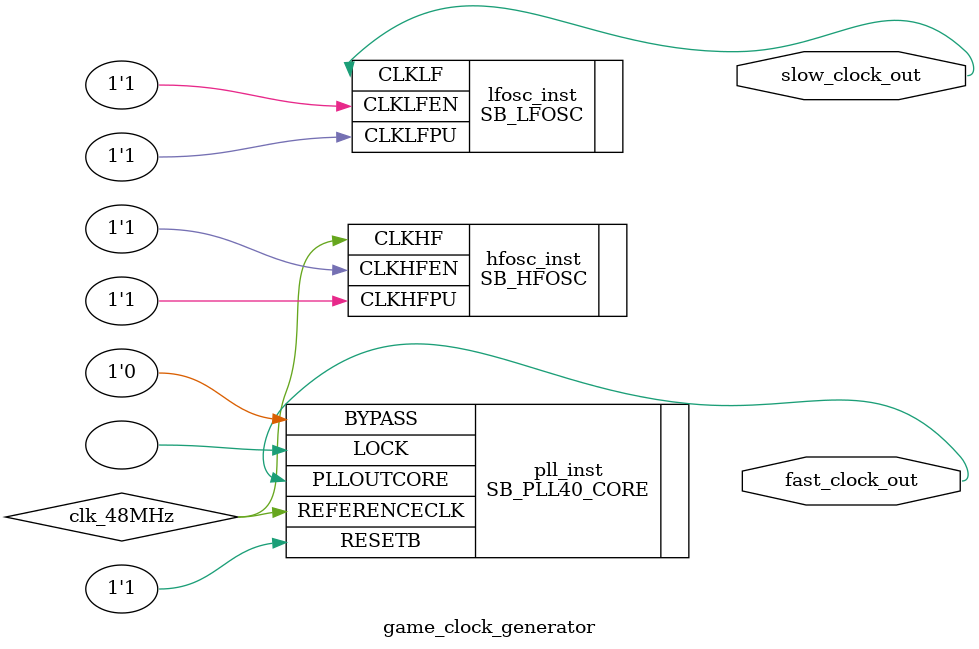
<source format=sv>
module game_clock_generator(
	output fast_clock_out,
	output slow_clock_out
	);

	logic clk_48MHz;

	// Generate a 48MHz clock using the internal high frequency oscillator.
	SB_HFOSC #(
        .CLKHF_DIV("0b00")
    ) hfosc_inst (
        .CLKHFPU(1'b1),
        .CLKHFEN(1'b1),
        .CLKHF(clk_48MHz)
    );

	// Convert the clock to 25.125MHz using an internal PLL.
	SB_PLL40_CORE #(
		.FEEDBACK_PATH("SIMPLE"),
		.DIVR(4'b0011),		// DIVR =  3
		.DIVF(7'b1000010),	// DIVF = 66
		.DIVQ(3'b101),		// DIVQ =  5
		.FILTER_RANGE(3'b001)	// FILTER_RANGE = 1
	) pll_inst (
		.LOCK(),
		.RESETB(1'b1),
		.BYPASS(1'b0),
		.REFERENCECLK(clk_48MHz),
		.PLLOUTCORE(fast_clock_out)
		);

	SB_LFOSC lfosc_inst (
    .CLKLFEN(1'b1),
    .CLKLFPU(1'b1),
    .CLKLF(slow_clock_out)
 	); 

endmodule
</source>
